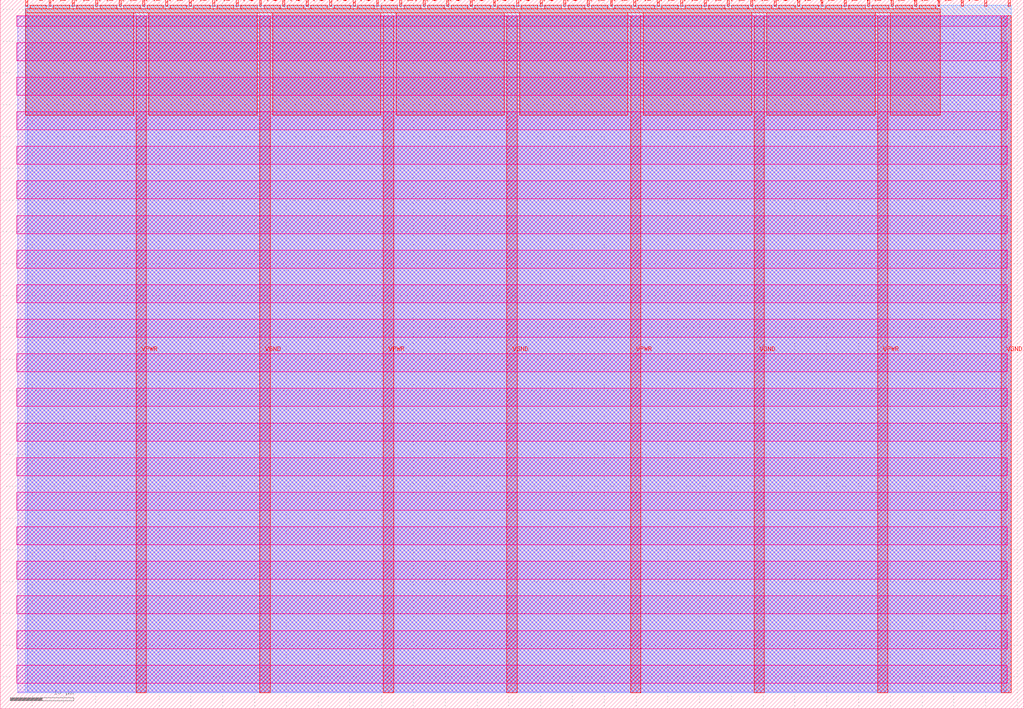
<source format=lef>
VERSION 5.7 ;
  NOWIREEXTENSIONATPIN ON ;
  DIVIDERCHAR "/" ;
  BUSBITCHARS "[]" ;
MACRO tt_um_faramire_gate_guesser
  CLASS BLOCK ;
  FOREIGN tt_um_faramire_gate_guesser ;
  ORIGIN 0.000 0.000 ;
  SIZE 161.000 BY 111.520 ;
  PIN VGND
    DIRECTION INOUT ;
    USE GROUND ;
    PORT
      LAYER met4 ;
        RECT 40.830 2.480 42.430 109.040 ;
    END
    PORT
      LAYER met4 ;
        RECT 79.700 2.480 81.300 109.040 ;
    END
    PORT
      LAYER met4 ;
        RECT 118.570 2.480 120.170 109.040 ;
    END
    PORT
      LAYER met4 ;
        RECT 157.440 2.480 159.040 109.040 ;
    END
  END VGND
  PIN VPWR
    DIRECTION INOUT ;
    USE POWER ;
    PORT
      LAYER met4 ;
        RECT 21.395 2.480 22.995 109.040 ;
    END
    PORT
      LAYER met4 ;
        RECT 60.265 2.480 61.865 109.040 ;
    END
    PORT
      LAYER met4 ;
        RECT 99.135 2.480 100.735 109.040 ;
    END
    PORT
      LAYER met4 ;
        RECT 138.005 2.480 139.605 109.040 ;
    END
  END VPWR
  PIN clk
    DIRECTION INPUT ;
    USE SIGNAL ;
    PORT
      LAYER met4 ;
        RECT 154.870 110.520 155.170 111.520 ;
    END
  END clk
  PIN ena
    DIRECTION INPUT ;
    USE SIGNAL ;
    PORT
      LAYER met4 ;
        RECT 158.550 110.520 158.850 111.520 ;
    END
  END ena
  PIN rst_n
    DIRECTION INPUT ;
    USE SIGNAL ;
    PORT
      LAYER met4 ;
        RECT 151.190 110.520 151.490 111.520 ;
    END
  END rst_n
  PIN ui_in[0]
    DIRECTION INPUT ;
    USE SIGNAL ;
    ANTENNAGATEAREA 0.196500 ;
    PORT
      LAYER met4 ;
        RECT 147.510 110.520 147.810 111.520 ;
    END
  END ui_in[0]
  PIN ui_in[1]
    DIRECTION INPUT ;
    USE SIGNAL ;
    ANTENNAGATEAREA 0.196500 ;
    PORT
      LAYER met4 ;
        RECT 143.830 110.520 144.130 111.520 ;
    END
  END ui_in[1]
  PIN ui_in[2]
    DIRECTION INPUT ;
    USE SIGNAL ;
    ANTENNAGATEAREA 0.196500 ;
    PORT
      LAYER met4 ;
        RECT 140.150 110.520 140.450 111.520 ;
    END
  END ui_in[2]
  PIN ui_in[3]
    DIRECTION INPUT ;
    USE SIGNAL ;
    ANTENNAGATEAREA 0.196500 ;
    PORT
      LAYER met4 ;
        RECT 136.470 110.520 136.770 111.520 ;
    END
  END ui_in[3]
  PIN ui_in[4]
    DIRECTION INPUT ;
    USE SIGNAL ;
    ANTENNAGATEAREA 0.196500 ;
    PORT
      LAYER met4 ;
        RECT 132.790 110.520 133.090 111.520 ;
    END
  END ui_in[4]
  PIN ui_in[5]
    DIRECTION INPUT ;
    USE SIGNAL ;
    ANTENNAGATEAREA 0.196500 ;
    PORT
      LAYER met4 ;
        RECT 129.110 110.520 129.410 111.520 ;
    END
  END ui_in[5]
  PIN ui_in[6]
    DIRECTION INPUT ;
    USE SIGNAL ;
    ANTENNAGATEAREA 0.213000 ;
    PORT
      LAYER met4 ;
        RECT 125.430 110.520 125.730 111.520 ;
    END
  END ui_in[6]
  PIN ui_in[7]
    DIRECTION INPUT ;
    USE SIGNAL ;
    ANTENNAGATEAREA 0.196500 ;
    PORT
      LAYER met4 ;
        RECT 121.750 110.520 122.050 111.520 ;
    END
  END ui_in[7]
  PIN uio_in[0]
    DIRECTION INPUT ;
    USE SIGNAL ;
    ANTENNAGATEAREA 0.213000 ;
    PORT
      LAYER met4 ;
        RECT 118.070 110.520 118.370 111.520 ;
    END
  END uio_in[0]
  PIN uio_in[1]
    DIRECTION INPUT ;
    USE SIGNAL ;
    ANTENNAGATEAREA 0.196500 ;
    PORT
      LAYER met4 ;
        RECT 114.390 110.520 114.690 111.520 ;
    END
  END uio_in[1]
  PIN uio_in[2]
    DIRECTION INPUT ;
    USE SIGNAL ;
    ANTENNAGATEAREA 0.196500 ;
    PORT
      LAYER met4 ;
        RECT 110.710 110.520 111.010 111.520 ;
    END
  END uio_in[2]
  PIN uio_in[3]
    DIRECTION INPUT ;
    USE SIGNAL ;
    ANTENNAGATEAREA 0.213000 ;
    PORT
      LAYER met4 ;
        RECT 107.030 110.520 107.330 111.520 ;
    END
  END uio_in[3]
  PIN uio_in[4]
    DIRECTION INPUT ;
    USE SIGNAL ;
    ANTENNAGATEAREA 0.213000 ;
    PORT
      LAYER met4 ;
        RECT 103.350 110.520 103.650 111.520 ;
    END
  END uio_in[4]
  PIN uio_in[5]
    DIRECTION INPUT ;
    USE SIGNAL ;
    ANTENNAGATEAREA 0.196500 ;
    PORT
      LAYER met4 ;
        RECT 99.670 110.520 99.970 111.520 ;
    END
  END uio_in[5]
  PIN uio_in[6]
    DIRECTION INPUT ;
    USE SIGNAL ;
    ANTENNAGATEAREA 0.196500 ;
    PORT
      LAYER met4 ;
        RECT 95.990 110.520 96.290 111.520 ;
    END
  END uio_in[6]
  PIN uio_in[7]
    DIRECTION INPUT ;
    USE SIGNAL ;
    ANTENNAGATEAREA 0.196500 ;
    PORT
      LAYER met4 ;
        RECT 92.310 110.520 92.610 111.520 ;
    END
  END uio_in[7]
  PIN uio_oe[0]
    DIRECTION OUTPUT TRISTATE ;
    USE SIGNAL ;
    PORT
      LAYER met4 ;
        RECT 29.750 110.520 30.050 111.520 ;
    END
  END uio_oe[0]
  PIN uio_oe[1]
    DIRECTION OUTPUT TRISTATE ;
    USE SIGNAL ;
    PORT
      LAYER met4 ;
        RECT 26.070 110.520 26.370 111.520 ;
    END
  END uio_oe[1]
  PIN uio_oe[2]
    DIRECTION OUTPUT TRISTATE ;
    USE SIGNAL ;
    PORT
      LAYER met4 ;
        RECT 22.390 110.520 22.690 111.520 ;
    END
  END uio_oe[2]
  PIN uio_oe[3]
    DIRECTION OUTPUT TRISTATE ;
    USE SIGNAL ;
    PORT
      LAYER met4 ;
        RECT 18.710 110.520 19.010 111.520 ;
    END
  END uio_oe[3]
  PIN uio_oe[4]
    DIRECTION OUTPUT TRISTATE ;
    USE SIGNAL ;
    PORT
      LAYER met4 ;
        RECT 15.030 110.520 15.330 111.520 ;
    END
  END uio_oe[4]
  PIN uio_oe[5]
    DIRECTION OUTPUT TRISTATE ;
    USE SIGNAL ;
    PORT
      LAYER met4 ;
        RECT 11.350 110.520 11.650 111.520 ;
    END
  END uio_oe[5]
  PIN uio_oe[6]
    DIRECTION OUTPUT TRISTATE ;
    USE SIGNAL ;
    PORT
      LAYER met4 ;
        RECT 7.670 110.520 7.970 111.520 ;
    END
  END uio_oe[6]
  PIN uio_oe[7]
    DIRECTION OUTPUT TRISTATE ;
    USE SIGNAL ;
    PORT
      LAYER met4 ;
        RECT 3.990 110.520 4.290 111.520 ;
    END
  END uio_oe[7]
  PIN uio_out[0]
    DIRECTION OUTPUT TRISTATE ;
    USE SIGNAL ;
    PORT
      LAYER met4 ;
        RECT 59.190 110.520 59.490 111.520 ;
    END
  END uio_out[0]
  PIN uio_out[1]
    DIRECTION OUTPUT TRISTATE ;
    USE SIGNAL ;
    PORT
      LAYER met4 ;
        RECT 55.510 110.520 55.810 111.520 ;
    END
  END uio_out[1]
  PIN uio_out[2]
    DIRECTION OUTPUT TRISTATE ;
    USE SIGNAL ;
    PORT
      LAYER met4 ;
        RECT 51.830 110.520 52.130 111.520 ;
    END
  END uio_out[2]
  PIN uio_out[3]
    DIRECTION OUTPUT TRISTATE ;
    USE SIGNAL ;
    PORT
      LAYER met4 ;
        RECT 48.150 110.520 48.450 111.520 ;
    END
  END uio_out[3]
  PIN uio_out[4]
    DIRECTION OUTPUT TRISTATE ;
    USE SIGNAL ;
    PORT
      LAYER met4 ;
        RECT 44.470 110.520 44.770 111.520 ;
    END
  END uio_out[4]
  PIN uio_out[5]
    DIRECTION OUTPUT TRISTATE ;
    USE SIGNAL ;
    PORT
      LAYER met4 ;
        RECT 40.790 110.520 41.090 111.520 ;
    END
  END uio_out[5]
  PIN uio_out[6]
    DIRECTION OUTPUT TRISTATE ;
    USE SIGNAL ;
    PORT
      LAYER met4 ;
        RECT 37.110 110.520 37.410 111.520 ;
    END
  END uio_out[6]
  PIN uio_out[7]
    DIRECTION OUTPUT TRISTATE ;
    USE SIGNAL ;
    PORT
      LAYER met4 ;
        RECT 33.430 110.520 33.730 111.520 ;
    END
  END uio_out[7]
  PIN uo_out[0]
    DIRECTION OUTPUT TRISTATE ;
    USE SIGNAL ;
    ANTENNADIFFAREA 0.795200 ;
    PORT
      LAYER met4 ;
        RECT 88.630 110.520 88.930 111.520 ;
    END
  END uo_out[0]
  PIN uo_out[1]
    DIRECTION OUTPUT TRISTATE ;
    USE SIGNAL ;
    ANTENNADIFFAREA 0.445500 ;
    PORT
      LAYER met4 ;
        RECT 84.950 110.520 85.250 111.520 ;
    END
  END uo_out[1]
  PIN uo_out[2]
    DIRECTION OUTPUT TRISTATE ;
    USE SIGNAL ;
    ANTENNADIFFAREA 0.795200 ;
    PORT
      LAYER met4 ;
        RECT 81.270 110.520 81.570 111.520 ;
    END
  END uo_out[2]
  PIN uo_out[3]
    DIRECTION OUTPUT TRISTATE ;
    USE SIGNAL ;
    ANTENNADIFFAREA 1.524450 ;
    PORT
      LAYER met4 ;
        RECT 77.590 110.520 77.890 111.520 ;
    END
  END uo_out[3]
  PIN uo_out[4]
    DIRECTION OUTPUT TRISTATE ;
    USE SIGNAL ;
    ANTENNADIFFAREA 1.431000 ;
    PORT
      LAYER met4 ;
        RECT 73.910 110.520 74.210 111.520 ;
    END
  END uo_out[4]
  PIN uo_out[5]
    DIRECTION OUTPUT TRISTATE ;
    USE SIGNAL ;
    ANTENNADIFFAREA 1.721000 ;
    PORT
      LAYER met4 ;
        RECT 70.230 110.520 70.530 111.520 ;
    END
  END uo_out[5]
  PIN uo_out[6]
    DIRECTION OUTPUT TRISTATE ;
    USE SIGNAL ;
    ANTENNADIFFAREA 1.242000 ;
    PORT
      LAYER met4 ;
        RECT 66.550 110.520 66.850 111.520 ;
    END
  END uo_out[6]
  PIN uo_out[7]
    DIRECTION OUTPUT TRISTATE ;
    USE SIGNAL ;
    ANTENNADIFFAREA 0.795200 ;
    PORT
      LAYER met4 ;
        RECT 62.870 110.520 63.170 111.520 ;
    END
  END uo_out[7]
  OBS
      LAYER nwell ;
        RECT 2.570 107.385 158.430 108.990 ;
        RECT 2.570 101.945 158.430 104.775 ;
        RECT 2.570 96.505 158.430 99.335 ;
        RECT 2.570 91.065 158.430 93.895 ;
        RECT 2.570 85.625 158.430 88.455 ;
        RECT 2.570 80.185 158.430 83.015 ;
        RECT 2.570 74.745 158.430 77.575 ;
        RECT 2.570 69.305 158.430 72.135 ;
        RECT 2.570 63.865 158.430 66.695 ;
        RECT 2.570 58.425 158.430 61.255 ;
        RECT 2.570 52.985 158.430 55.815 ;
        RECT 2.570 47.545 158.430 50.375 ;
        RECT 2.570 42.105 158.430 44.935 ;
        RECT 2.570 36.665 158.430 39.495 ;
        RECT 2.570 31.225 158.430 34.055 ;
        RECT 2.570 25.785 158.430 28.615 ;
        RECT 2.570 20.345 158.430 23.175 ;
        RECT 2.570 14.905 158.430 17.735 ;
        RECT 2.570 9.465 158.430 12.295 ;
        RECT 2.570 4.025 158.430 6.855 ;
      LAYER li1 ;
        RECT 2.760 2.635 158.240 108.885 ;
      LAYER met1 ;
        RECT 2.760 2.480 159.040 109.040 ;
      LAYER met2 ;
        RECT 4.230 2.535 159.010 110.685 ;
      LAYER met3 ;
        RECT 3.950 2.555 159.030 110.665 ;
      LAYER met4 ;
        RECT 4.690 110.120 7.270 110.665 ;
        RECT 8.370 110.120 10.950 110.665 ;
        RECT 12.050 110.120 14.630 110.665 ;
        RECT 15.730 110.120 18.310 110.665 ;
        RECT 19.410 110.120 21.990 110.665 ;
        RECT 23.090 110.120 25.670 110.665 ;
        RECT 26.770 110.120 29.350 110.665 ;
        RECT 30.450 110.120 33.030 110.665 ;
        RECT 34.130 110.120 36.710 110.665 ;
        RECT 37.810 110.120 40.390 110.665 ;
        RECT 41.490 110.120 44.070 110.665 ;
        RECT 45.170 110.120 47.750 110.665 ;
        RECT 48.850 110.120 51.430 110.665 ;
        RECT 52.530 110.120 55.110 110.665 ;
        RECT 56.210 110.120 58.790 110.665 ;
        RECT 59.890 110.120 62.470 110.665 ;
        RECT 63.570 110.120 66.150 110.665 ;
        RECT 67.250 110.120 69.830 110.665 ;
        RECT 70.930 110.120 73.510 110.665 ;
        RECT 74.610 110.120 77.190 110.665 ;
        RECT 78.290 110.120 80.870 110.665 ;
        RECT 81.970 110.120 84.550 110.665 ;
        RECT 85.650 110.120 88.230 110.665 ;
        RECT 89.330 110.120 91.910 110.665 ;
        RECT 93.010 110.120 95.590 110.665 ;
        RECT 96.690 110.120 99.270 110.665 ;
        RECT 100.370 110.120 102.950 110.665 ;
        RECT 104.050 110.120 106.630 110.665 ;
        RECT 107.730 110.120 110.310 110.665 ;
        RECT 111.410 110.120 113.990 110.665 ;
        RECT 115.090 110.120 117.670 110.665 ;
        RECT 118.770 110.120 121.350 110.665 ;
        RECT 122.450 110.120 125.030 110.665 ;
        RECT 126.130 110.120 128.710 110.665 ;
        RECT 129.810 110.120 132.390 110.665 ;
        RECT 133.490 110.120 136.070 110.665 ;
        RECT 137.170 110.120 139.750 110.665 ;
        RECT 140.850 110.120 143.430 110.665 ;
        RECT 144.530 110.120 147.110 110.665 ;
        RECT 3.975 109.440 147.825 110.120 ;
        RECT 3.975 93.335 20.995 109.440 ;
        RECT 23.395 93.335 40.430 109.440 ;
        RECT 42.830 93.335 59.865 109.440 ;
        RECT 62.265 93.335 79.300 109.440 ;
        RECT 81.700 93.335 98.735 109.440 ;
        RECT 101.135 93.335 118.170 109.440 ;
        RECT 120.570 93.335 137.605 109.440 ;
        RECT 140.005 93.335 147.825 109.440 ;
  END
END tt_um_faramire_gate_guesser
END LIBRARY


</source>
